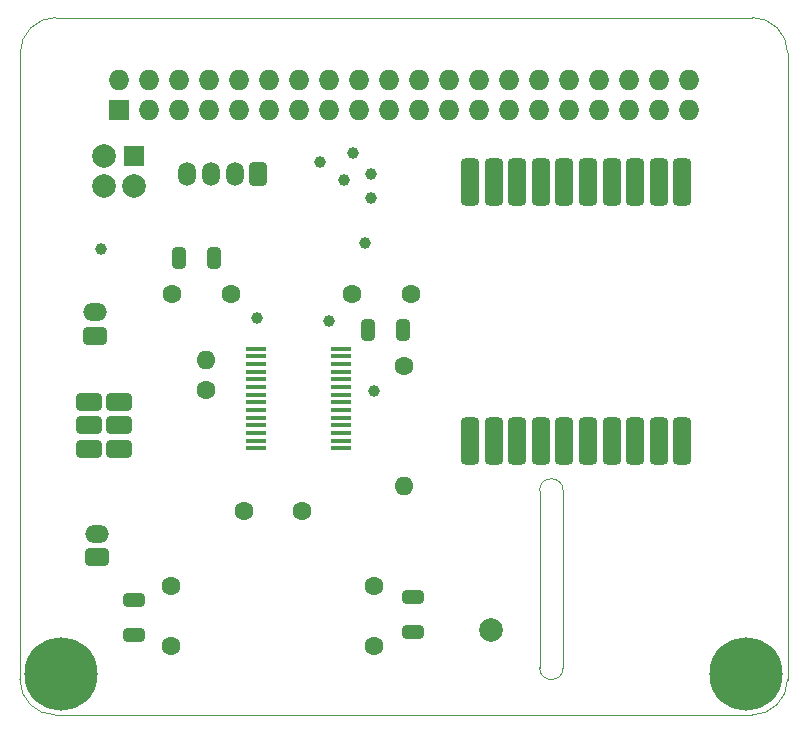
<source format=gts>
G04 #@! TF.GenerationSoftware,KiCad,Pcbnew,(6.0.0)*
G04 #@! TF.CreationDate,2022-05-07T20:36:52+02:00*
G04 #@! TF.ProjectId,RPi_Hat,5250695f-4861-4742-9e6b-696361645f70,rev?*
G04 #@! TF.SameCoordinates,Original*
G04 #@! TF.FileFunction,Soldermask,Top*
G04 #@! TF.FilePolarity,Negative*
%FSLAX46Y46*%
G04 Gerber Fmt 4.6, Leading zero omitted, Abs format (unit mm)*
G04 Created by KiCad (PCBNEW (6.0.0)) date 2022-05-07 20:36:52*
%MOMM*%
%LPD*%
G01*
G04 APERTURE LIST*
G04 Aperture macros list*
%AMRoundRect*
0 Rectangle with rounded corners*
0 $1 Rounding radius*
0 $2 $3 $4 $5 $6 $7 $8 $9 X,Y pos of 4 corners*
0 Add a 4 corners polygon primitive as box body*
4,1,4,$2,$3,$4,$5,$6,$7,$8,$9,$2,$3,0*
0 Add four circle primitives for the rounded corners*
1,1,$1+$1,$2,$3*
1,1,$1+$1,$4,$5*
1,1,$1+$1,$6,$7*
1,1,$1+$1,$8,$9*
0 Add four rect primitives between the rounded corners*
20,1,$1+$1,$2,$3,$4,$5,0*
20,1,$1+$1,$4,$5,$6,$7,0*
20,1,$1+$1,$6,$7,$8,$9,0*
20,1,$1+$1,$8,$9,$2,$3,0*%
G04 Aperture macros list end*
G04 #@! TA.AperFunction,Profile*
%ADD10C,0.100000*%
G04 #@! TD*
%ADD11C,6.200000*%
%ADD12R,1.727200X1.727200*%
%ADD13O,1.727200X1.727200*%
%ADD14RoundRect,0.250000X-0.650000X0.325000X-0.650000X-0.325000X0.650000X-0.325000X0.650000X0.325000X0*%
%ADD15RoundRect,0.250000X-0.325000X-0.650000X0.325000X-0.650000X0.325000X0.650000X-0.325000X0.650000X0*%
%ADD16C,1.000000*%
%ADD17RoundRect,0.312500X0.437500X0.687500X-0.437500X0.687500X-0.437500X-0.687500X0.437500X-0.687500X0*%
%ADD18O,1.500000X2.000000*%
%ADD19C,2.000000*%
%ADD20R,1.750000X0.450000*%
%ADD21RoundRect,0.312500X0.687500X-0.437500X0.687500X0.437500X-0.687500X0.437500X-0.687500X-0.437500X0*%
%ADD22O,2.000000X1.500000*%
%ADD23C,1.600000*%
%ADD24O,1.600000X1.600000*%
%ADD25R,1.700000X1.700000*%
%ADD26RoundRect,0.312500X-0.787500X0.437500X-0.787500X-0.437500X0.787500X-0.437500X0.787500X0.437500X0*%
%ADD27RoundRect,0.312500X0.787500X-0.437500X0.787500X0.437500X-0.787500X0.437500X-0.787500X-0.437500X0*%
%ADD28RoundRect,0.400000X-0.400000X1.600000X-0.400000X-1.600000X0.400000X-1.600000X0.400000X1.600000X0*%
G04 APERTURE END LIST*
D10*
X125222000Y-38052000D02*
G75*
G03*
X122222000Y-35052000I-3000001J-1D01*
G01*
X63246000Y-35052000D02*
G75*
G03*
X60246000Y-38052000I1J-3000001D01*
G01*
X60210000Y-91100000D02*
G75*
G03*
X63210000Y-94100000I3000001J1D01*
G01*
X122210000Y-94100000D02*
G75*
G03*
X125210000Y-91100000I-1J3000001D01*
G01*
X106210000Y-75100000D02*
X106210000Y-90100000D01*
X104210000Y-90100000D02*
G75*
G03*
X106210000Y-90100000I1000000J0D01*
G01*
X60210000Y-56600000D02*
X60210000Y-75600000D01*
X125210000Y-40600000D02*
X125210000Y-91100000D01*
X125222000Y-38052000D02*
X125210000Y-40600000D01*
X63246000Y-35052000D02*
X122222000Y-35052000D01*
X60246000Y-38052000D02*
X60210000Y-56600000D01*
X104210000Y-75100000D02*
X104210000Y-90100000D01*
X106210000Y-75100000D02*
G75*
G03*
X104210000Y-75100000I-1000000J0D01*
G01*
X60210000Y-75600000D02*
X60210000Y-91100000D01*
X63210000Y-94100000D02*
X122210000Y-94100000D01*
D11*
X63710000Y-90600000D03*
X121710000Y-90600000D03*
D12*
X68580000Y-42870000D03*
D13*
X68580000Y-40330000D03*
X71120000Y-42870000D03*
X71120000Y-40330000D03*
X73660000Y-42870000D03*
X73660000Y-40330000D03*
X76200000Y-42870000D03*
X76200000Y-40330000D03*
X78740000Y-42870000D03*
X78740000Y-40330000D03*
X81280000Y-42870000D03*
X81280000Y-40330000D03*
X83820000Y-42870000D03*
X83820000Y-40330000D03*
X86360000Y-42870000D03*
X86360000Y-40330000D03*
X88900000Y-42870000D03*
X88900000Y-40330000D03*
X91440000Y-42870000D03*
X91440000Y-40330000D03*
X93980000Y-42870000D03*
X93980000Y-40330000D03*
X96520000Y-42870000D03*
X96520000Y-40330000D03*
X99060000Y-42870000D03*
X99060000Y-40330000D03*
X101600000Y-42870000D03*
X101600000Y-40330000D03*
X104140000Y-42870000D03*
X104140000Y-40330000D03*
X106680000Y-42870000D03*
X106680000Y-40330000D03*
X109220000Y-42870000D03*
X109220000Y-40330000D03*
X111760000Y-42870000D03*
X111760000Y-40330000D03*
X114300000Y-42870000D03*
X114300000Y-40330000D03*
X116840000Y-42870000D03*
X116840000Y-40330000D03*
D14*
X93472000Y-84123000D03*
X93472000Y-87073000D03*
D15*
X73709000Y-55372000D03*
X76659000Y-55372000D03*
D16*
X67056000Y-54610000D03*
D17*
X80391000Y-48260000D03*
D18*
X78391000Y-48260000D03*
X76391000Y-48260000D03*
X74391000Y-48260000D03*
D16*
X89408000Y-54102000D03*
D19*
X100076000Y-86868000D03*
D16*
X86360000Y-60706000D03*
X88392000Y-46482000D03*
D20*
X80220000Y-63085000D03*
X80220000Y-63735000D03*
X80220000Y-64385000D03*
X80220000Y-65035000D03*
X80220000Y-65685000D03*
X80220000Y-66335000D03*
X80220000Y-66985000D03*
X80220000Y-67635000D03*
X80220000Y-68285000D03*
X80220000Y-68935000D03*
X80220000Y-69585000D03*
X80220000Y-70235000D03*
X80220000Y-70885000D03*
X80220000Y-71535000D03*
X87420000Y-71535000D03*
X87420000Y-70885000D03*
X87420000Y-70235000D03*
X87420000Y-69585000D03*
X87420000Y-68935000D03*
X87420000Y-68285000D03*
X87420000Y-67635000D03*
X87420000Y-66985000D03*
X87420000Y-66335000D03*
X87420000Y-65685000D03*
X87420000Y-65035000D03*
X87420000Y-64385000D03*
X87420000Y-63735000D03*
X87420000Y-63085000D03*
D21*
X66760000Y-80756000D03*
D22*
X66760000Y-78756000D03*
D16*
X89916000Y-48260000D03*
X87630000Y-48768000D03*
D23*
X88305000Y-58420000D03*
X93305000Y-58420000D03*
X73065000Y-58420000D03*
X78065000Y-58420000D03*
D14*
X69850000Y-84377000D03*
X69850000Y-87327000D03*
D23*
X92710000Y-64516000D03*
D24*
X92710000Y-74676000D03*
D23*
X79175000Y-76835000D03*
X84075000Y-76835000D03*
X75946000Y-66548000D03*
D24*
X75946000Y-64008000D03*
D21*
X66548000Y-61976000D03*
D22*
X66548000Y-59976000D03*
D16*
X85598000Y-47244000D03*
D23*
X90170000Y-83225000D03*
X90170000Y-88225000D03*
D15*
X89711000Y-61468000D03*
X92661000Y-61468000D03*
D16*
X80264000Y-60452000D03*
X89916000Y-50292000D03*
D25*
X69850000Y-46736000D03*
D19*
X69850000Y-49276000D03*
X67310000Y-46736000D03*
X67310000Y-49276000D03*
D23*
X73025000Y-83225000D03*
X73025000Y-88225000D03*
D26*
X68626000Y-67564000D03*
D27*
X66026000Y-67564000D03*
D26*
X68626000Y-69564000D03*
D27*
X66026000Y-69564000D03*
D26*
X68626000Y-71564000D03*
D27*
X66026000Y-71564000D03*
D16*
X90170000Y-66675000D03*
D28*
X116315000Y-48944000D03*
X114315000Y-48944000D03*
X112315000Y-48944000D03*
X110315000Y-48944000D03*
X108315000Y-48944000D03*
X106315000Y-48944000D03*
X104315000Y-48944000D03*
X102315000Y-48944000D03*
X100315000Y-48944000D03*
X98315000Y-48944000D03*
X98315000Y-70944000D03*
X100315000Y-70944000D03*
X102315000Y-70944000D03*
X104315000Y-70944000D03*
X106315000Y-70944000D03*
X108315000Y-70944000D03*
X110315000Y-70944000D03*
X112315000Y-70944000D03*
X114315000Y-70944000D03*
X116315000Y-70944000D03*
M02*

</source>
